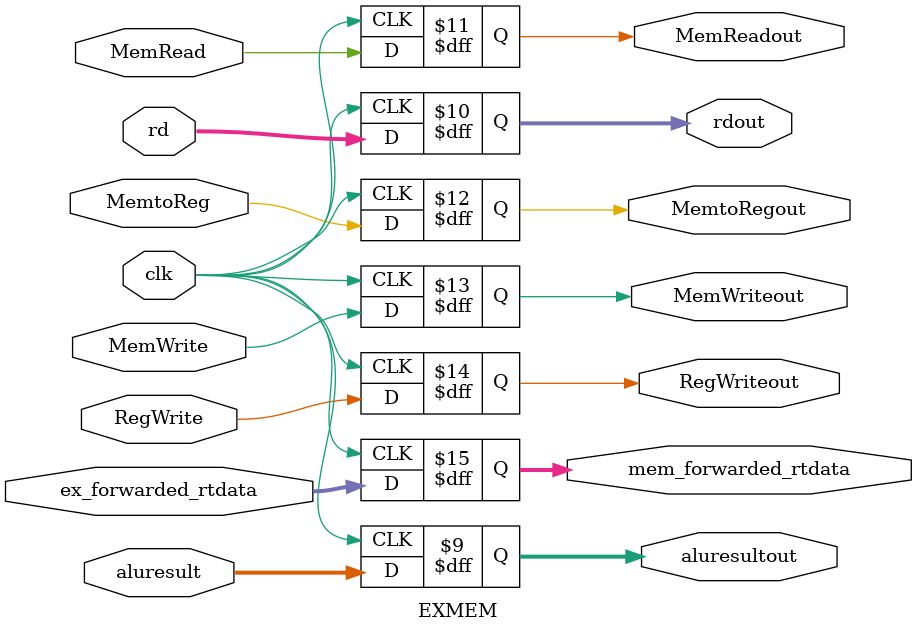
<source format=v>
`timescale 1ns / 1ps


module EXMEM(
    input clk,
    input [31:0] aluresult,
    input [4:0] rd,
    input MemRead,
    input MemtoReg,
    input MemWrite,
    input RegWrite,
    input [31:0] ex_forwarded_rtdata,
    output reg [31:0] aluresultout = 32'b0,
    output reg [4:0] rdout = 5'b0,
    output reg MemReadout = 0,
    output reg MemtoRegout = 0,
    output reg MemWriteout = 0,
    output reg RegWriteout = 0,
    output reg [31:0] mem_forwarded_rtdata = 0
    );
    always@(posedge clk)begin  
        aluresultout <= aluresult;
        rdout <= rd;
        MemReadout <= MemRead;
        MemtoRegout <= MemtoReg;
        MemWriteout <= MemWrite;
        RegWriteout <= RegWrite;  
        mem_forwarded_rtdata <= ex_forwarded_rtdata;
    end
endmodule

</source>
